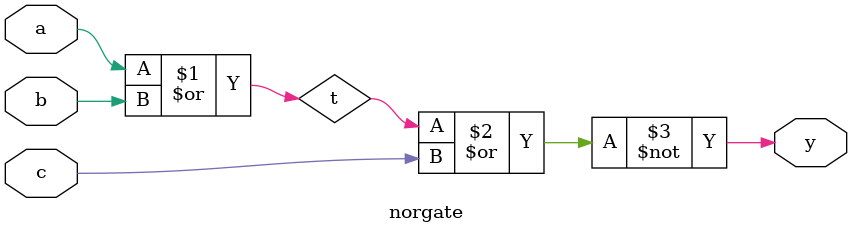
<source format=v>

module norgate (a, b,c , y);
input a, b ,c;
output y;
wire t;
assign t = a|b;
assign y = ~(t|c);
endmodule
</source>
